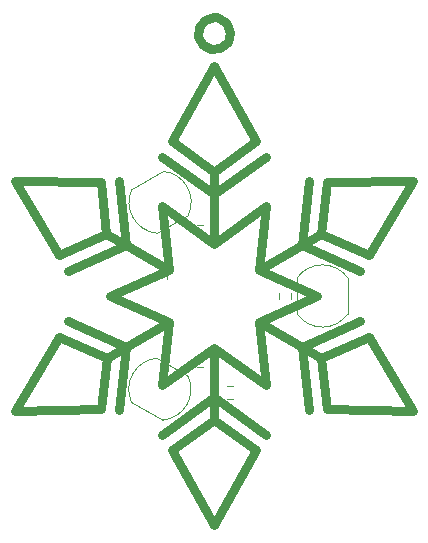
<source format=gbr>
%TF.GenerationSoftware,KiCad,Pcbnew,(5.1.9)-1*%
%TF.CreationDate,2021-09-26T19:09:17+02:00*%
%TF.ProjectId,SnowStar,536e6f77-5374-4617-922e-6b696361645f,rev?*%
%TF.SameCoordinates,Original*%
%TF.FileFunction,Legend,Top*%
%TF.FilePolarity,Positive*%
%FSLAX46Y46*%
G04 Gerber Fmt 4.6, Leading zero omitted, Abs format (unit mm)*
G04 Created by KiCad (PCBNEW (5.1.9)-1) date 2021-09-26 19:09:17*
%MOMM*%
%LPD*%
G01*
G04 APERTURE LIST*
%ADD10C,0.800000*%
%ADD11C,0.120000*%
G04 APERTURE END LIST*
D10*
X122708528Y-114712629D02*
X127642716Y-116922230D01*
X127642684Y-112503002D02*
X122708528Y-114712629D01*
X127089197Y-107125157D02*
X127642684Y-112503002D01*
X131482421Y-123303485D02*
X131482417Y-119110075D01*
X135850498Y-122300179D02*
X135297031Y-116922262D01*
X131475799Y-134144079D02*
X135033114Y-127761311D01*
X127938137Y-127761306D02*
X131475799Y-134144079D01*
X131485638Y-125195597D02*
X127938137Y-127761306D01*
X131485638Y-125195597D02*
X131485636Y-123297918D01*
X131482421Y-123303485D02*
X127101756Y-126471775D01*
X131482421Y-123303485D02*
X135863054Y-126471780D01*
X135297002Y-112503026D02*
X135850475Y-107125123D01*
X140231141Y-114712656D02*
X135297002Y-112503026D01*
X135297031Y-116922262D02*
X140231141Y-114712656D01*
X127642716Y-116922230D02*
X127089193Y-122300164D01*
X127089193Y-122300164D02*
X131469867Y-119131875D01*
X124011066Y-119018899D02*
X127642668Y-116922197D01*
X131469849Y-110293388D02*
X127089197Y-107125157D01*
X135033114Y-127761311D02*
X131485638Y-125195597D01*
X135850475Y-107125123D02*
X131469849Y-110293388D01*
X131469867Y-119131875D02*
X135850498Y-122300179D01*
X144561382Y-111247326D02*
X148320206Y-104992241D01*
X138928615Y-119019429D02*
X139482098Y-124397350D01*
X140565665Y-109457947D02*
X138922226Y-110406786D01*
X131466783Y-104207888D02*
X131466786Y-106105567D01*
X124011066Y-119018899D02*
X123457549Y-124396785D01*
X114626177Y-104980307D02*
X118375159Y-111252430D01*
X124011106Y-110406356D02*
X119076955Y-112615948D01*
X141013909Y-105102887D02*
X140565665Y-109457947D01*
X140565665Y-109457947D02*
X144561382Y-111247326D01*
X135014285Y-101642179D02*
X131476622Y-95259406D01*
X131470000Y-106100000D02*
X127089367Y-102931705D01*
X122374056Y-119967738D02*
X118378340Y-118178359D01*
X124011066Y-119018899D02*
X119076918Y-116809267D01*
X138928655Y-110406786D02*
X143862803Y-112616418D01*
X121922664Y-105107995D02*
X114626177Y-104980307D01*
X132842950Y-92483217D02*
X132594457Y-91697511D01*
X132594457Y-91697511D02*
X132442748Y-91517045D01*
X131999465Y-93745581D02*
X132639493Y-93200576D01*
X132639493Y-93200576D02*
X132842950Y-92483217D01*
X140568842Y-119962701D02*
X141017058Y-124317790D01*
X138928655Y-110406786D02*
X135297053Y-112503488D01*
X122370879Y-109463084D02*
X121922664Y-105107995D01*
X122370879Y-109463084D02*
X124014320Y-110411924D01*
X131476577Y-91116844D02*
X130676703Y-91375434D01*
X130676703Y-91375434D02*
X130214213Y-91960329D01*
X148320206Y-104992241D02*
X141013909Y-105102887D01*
X140568842Y-119962701D02*
X138925401Y-119013861D01*
X124011106Y-110406356D02*
X123457623Y-105028435D01*
X131476622Y-95259406D02*
X127919308Y-101642174D01*
X121925812Y-124322798D02*
X122374056Y-119967738D01*
X118378340Y-118178359D02*
X114619516Y-124433444D01*
X118375159Y-111252430D02*
X122370879Y-109463084D01*
X138928655Y-110406786D02*
X139482172Y-105028900D01*
X131476577Y-91116844D02*
X131476577Y-91116844D01*
X144564562Y-118173355D02*
X140568842Y-119962701D01*
X148313544Y-124445478D02*
X144564562Y-118173355D01*
X141017058Y-124317790D02*
X148313544Y-124445478D01*
X138928615Y-119019429D02*
X143862766Y-116809837D01*
X132442748Y-91517045D02*
X131711460Y-91137178D01*
X131711460Y-91137178D02*
X131476577Y-91116844D01*
X127919308Y-101642174D02*
X131466783Y-104207888D01*
X130510405Y-93449389D02*
X131258851Y-93832133D01*
X131258851Y-93832133D02*
X131999465Y-93745581D01*
X130214213Y-91960329D02*
X130147020Y-92798273D01*
X130147020Y-92798273D02*
X130510405Y-93449389D01*
X122374056Y-119967738D02*
X124017495Y-119018899D01*
X131470000Y-106100000D02*
X135850666Y-102931710D01*
X131466783Y-104207888D02*
X135014285Y-101642179D01*
X124011106Y-110406356D02*
X127642712Y-112503065D01*
X114619516Y-124433444D02*
X121925812Y-124322798D01*
X138928615Y-119019429D02*
X135297010Y-116922720D01*
X131470000Y-106100000D02*
X131470004Y-110293410D01*
D11*
%TO.C,R1*%
X130529398Y-119688620D02*
X130054882Y-119688620D01*
X130529398Y-120733620D02*
X130054882Y-120733620D01*
%TO.C,R2*%
X137989640Y-114948378D02*
X137989640Y-114473862D01*
X136944640Y-114948378D02*
X136944640Y-114473862D01*
%TO.C,R3*%
X130529398Y-109733620D02*
X130054882Y-109733620D01*
X130529398Y-108688620D02*
X130054882Y-108688620D01*
%TO.C,R4*%
X127183360Y-125227834D02*
G75*
G03*
X129278935Y-121509165I-278463J2606714D01*
G01*
X126664169Y-119981604D02*
G75*
G03*
X124487558Y-123708075I240728J-2639516D01*
G01*
X124487558Y-123708075D02*
X127128935Y-125233075D01*
X126637558Y-119984165D02*
X129278935Y-121509165D01*
%TO.C,R5*%
X142807140Y-113191120D02*
X142807140Y-116241120D01*
X138507140Y-113191120D02*
X138507140Y-116241120D01*
X142822666Y-113212886D02*
G75*
G03*
X138507140Y-113191120I-2165526J-1528234D01*
G01*
X138538891Y-116285633D02*
G75*
G03*
X142807140Y-116241120I2118249J1544513D01*
G01*
%TO.C,R6*%
X124507558Y-105694165D02*
X127148935Y-104169165D01*
X126657558Y-109418075D02*
X129298935Y-107893075D01*
X124518644Y-105669837D02*
G75*
G03*
X126657558Y-109418075I2406253J-1111283D01*
G01*
X129321610Y-107843322D02*
G75*
G03*
X127148935Y-104169165I-2396713J1062202D01*
G01*
%TO.C,R7*%
X126444640Y-112798862D02*
X126444640Y-113273378D01*
X127489640Y-112798862D02*
X127489640Y-113273378D01*
%TO.C,R8*%
X133079398Y-123433620D02*
X132604882Y-123433620D01*
X133079398Y-122388620D02*
X132604882Y-122388620D01*
%TD*%
M02*

</source>
